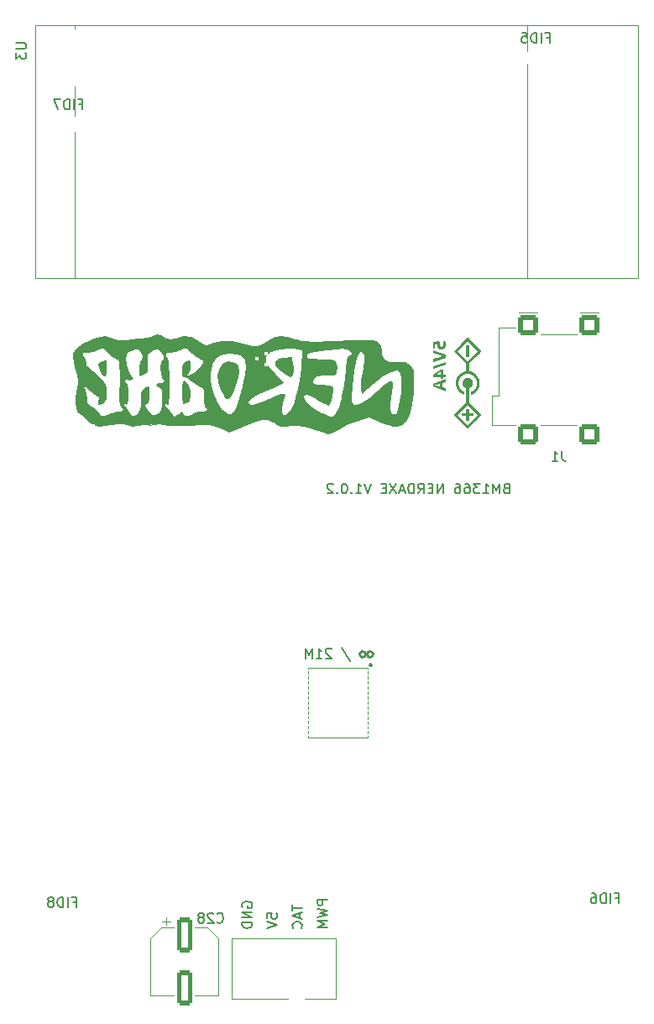
<source format=gbo>
G04 #@! TF.GenerationSoftware,KiCad,Pcbnew,7.0.1*
G04 #@! TF.CreationDate,2024-04-18T01:50:12+02:00*
G04 #@! TF.ProjectId,NerdAxe_ultra,4e657264-4178-4655-9f75-6c7472612e6b,rev?*
G04 #@! TF.SameCoordinates,Original*
G04 #@! TF.FileFunction,Legend,Bot*
G04 #@! TF.FilePolarity,Positive*
%FSLAX46Y46*%
G04 Gerber Fmt 4.6, Leading zero omitted, Abs format (unit mm)*
G04 Created by KiCad (PCBNEW 7.0.1) date 2024-04-18 01:50:12*
%MOMM*%
%LPD*%
G01*
G04 APERTURE LIST*
G04 Aperture macros list*
%AMRoundRect*
0 Rectangle with rounded corners*
0 $1 Rounding radius*
0 $2 $3 $4 $5 $6 $7 $8 $9 X,Y pos of 4 corners*
0 Add a 4 corners polygon primitive as box body*
4,1,4,$2,$3,$4,$5,$6,$7,$8,$9,$2,$3,0*
0 Add four circle primitives for the rounded corners*
1,1,$1+$1,$2,$3*
1,1,$1+$1,$4,$5*
1,1,$1+$1,$6,$7*
1,1,$1+$1,$8,$9*
0 Add four rect primitives between the rounded corners*
20,1,$1+$1,$2,$3,$4,$5,0*
20,1,$1+$1,$4,$5,$6,$7,0*
20,1,$1+$1,$6,$7,$8,$9,0*
20,1,$1+$1,$8,$9,$2,$3,0*%
G04 Aperture macros list end*
%ADD10C,0.150000*%
%ADD11C,0.250000*%
%ADD12C,0.120000*%
%ADD13C,0.050000*%
%ADD14C,0.227485*%
%ADD15C,3.000000*%
%ADD16C,0.800000*%
%ADD17C,6.000000*%
%ADD18C,0.400000*%
%ADD19C,1.295400*%
%ADD20C,1.574800*%
%ADD21C,1.700000*%
%ADD22C,2.000000*%
%ADD23R,0.792000X0.221000*%
%ADD24R,4.277000X1.810000*%
%ADD25R,4.277000X4.530000*%
%ADD26RoundRect,0.250000X-0.550000X1.500000X-0.550000X-1.500000X0.550000X-1.500000X0.550000X1.500000X0*%
%ADD27C,1.600000*%
%ADD28C,1.800000*%
%ADD29RoundRect,0.250000X-0.750000X0.750000X-0.750000X-0.750000X0.750000X-0.750000X0.750000X0.750000X0*%
G04 APERTURE END LIST*
D10*
X98524119Y-137759475D02*
X98524119Y-137283285D01*
X98524119Y-137283285D02*
X99000309Y-137235666D01*
X99000309Y-137235666D02*
X98952690Y-137283285D01*
X98952690Y-137283285D02*
X98905071Y-137378523D01*
X98905071Y-137378523D02*
X98905071Y-137616618D01*
X98905071Y-137616618D02*
X98952690Y-137711856D01*
X98952690Y-137711856D02*
X99000309Y-137759475D01*
X99000309Y-137759475D02*
X99095547Y-137807094D01*
X99095547Y-137807094D02*
X99333642Y-137807094D01*
X99333642Y-137807094D02*
X99428880Y-137759475D01*
X99428880Y-137759475D02*
X99476500Y-137711856D01*
X99476500Y-137711856D02*
X99524119Y-137616618D01*
X99524119Y-137616618D02*
X99524119Y-137378523D01*
X99524119Y-137378523D02*
X99476500Y-137283285D01*
X99476500Y-137283285D02*
X99428880Y-137235666D01*
X98524119Y-138092809D02*
X99524119Y-138426142D01*
X99524119Y-138426142D02*
X98524119Y-138759475D01*
X106026190Y-110525000D02*
X106883332Y-111810714D01*
X104978570Y-110667857D02*
X104930951Y-110620238D01*
X104930951Y-110620238D02*
X104835713Y-110572619D01*
X104835713Y-110572619D02*
X104597618Y-110572619D01*
X104597618Y-110572619D02*
X104502380Y-110620238D01*
X104502380Y-110620238D02*
X104454761Y-110667857D01*
X104454761Y-110667857D02*
X104407142Y-110763095D01*
X104407142Y-110763095D02*
X104407142Y-110858333D01*
X104407142Y-110858333D02*
X104454761Y-111001190D01*
X104454761Y-111001190D02*
X105026189Y-111572619D01*
X105026189Y-111572619D02*
X104407142Y-111572619D01*
X103454761Y-111572619D02*
X104026189Y-111572619D01*
X103740475Y-111572619D02*
X103740475Y-110572619D01*
X103740475Y-110572619D02*
X103835713Y-110715476D01*
X103835713Y-110715476D02*
X103930951Y-110810714D01*
X103930951Y-110810714D02*
X104026189Y-110858333D01*
X103026189Y-111572619D02*
X103026189Y-110572619D01*
X103026189Y-110572619D02*
X102692856Y-111286904D01*
X102692856Y-111286904D02*
X102359523Y-110572619D01*
X102359523Y-110572619D02*
X102359523Y-111572619D01*
G36*
X115683165Y-80037695D02*
G01*
X115683572Y-80060509D01*
X115684794Y-80082735D01*
X115686829Y-80104372D01*
X115689679Y-80125420D01*
X115693343Y-80145879D01*
X115697821Y-80165749D01*
X115703114Y-80185031D01*
X115709221Y-80203723D01*
X115716142Y-80221827D01*
X115723877Y-80239342D01*
X115732427Y-80256267D01*
X115741791Y-80272604D01*
X115751969Y-80288353D01*
X115762961Y-80303512D01*
X115774768Y-80318082D01*
X115787388Y-80332064D01*
X115800678Y-80345323D01*
X115814569Y-80357727D01*
X115829060Y-80369275D01*
X115844153Y-80379968D01*
X115859846Y-80389806D01*
X115876141Y-80398788D01*
X115893037Y-80406915D01*
X115910533Y-80414186D01*
X115928631Y-80420602D01*
X115947329Y-80426162D01*
X115966629Y-80430867D01*
X115986529Y-80434717D01*
X116007031Y-80437711D01*
X116028133Y-80439849D01*
X116049837Y-80441132D01*
X116072141Y-80441560D01*
X116085422Y-80441431D01*
X116098510Y-80441045D01*
X116111405Y-80440402D01*
X116124108Y-80439500D01*
X116136618Y-80438342D01*
X116161059Y-80435252D01*
X116184731Y-80431132D01*
X116207631Y-80425983D01*
X116229761Y-80419803D01*
X116251121Y-80412594D01*
X116271709Y-80404354D01*
X116291528Y-80395085D01*
X116310575Y-80384786D01*
X116328852Y-80373457D01*
X116346358Y-80361098D01*
X116363094Y-80347709D01*
X116379059Y-80333290D01*
X116394253Y-80317841D01*
X116401561Y-80309730D01*
X116415534Y-80292845D01*
X116428606Y-80275071D01*
X116440776Y-80256408D01*
X116452045Y-80236855D01*
X116462412Y-80216413D01*
X116471877Y-80195082D01*
X116480441Y-80172861D01*
X116488104Y-80149750D01*
X116494865Y-80125751D01*
X116497908Y-80113418D01*
X116500725Y-80100862D01*
X116503317Y-80088084D01*
X116505683Y-80075084D01*
X116507824Y-80061861D01*
X116509740Y-80048416D01*
X116511430Y-80034748D01*
X116512895Y-80020859D01*
X116514134Y-80006747D01*
X116515149Y-79992412D01*
X116515937Y-79977855D01*
X116516501Y-79963076D01*
X116516839Y-79948075D01*
X116516952Y-79932851D01*
X116516884Y-79919632D01*
X116516683Y-79906572D01*
X116516346Y-79893673D01*
X116515876Y-79880933D01*
X116515270Y-79868354D01*
X116514531Y-79855934D01*
X116512648Y-79831575D01*
X116510227Y-79807855D01*
X116507268Y-79784775D01*
X116503771Y-79762335D01*
X116499736Y-79740534D01*
X116495163Y-79719374D01*
X116490052Y-79698853D01*
X116484404Y-79678972D01*
X116478217Y-79659730D01*
X116471492Y-79641129D01*
X116464229Y-79623167D01*
X116456428Y-79605845D01*
X116448090Y-79589162D01*
X116214828Y-79589162D01*
X116221574Y-79602273D01*
X116228085Y-79615782D01*
X116234362Y-79629688D01*
X116240404Y-79643993D01*
X116246212Y-79658696D01*
X116251785Y-79673797D01*
X116257124Y-79689295D01*
X116262229Y-79705192D01*
X116267099Y-79721487D01*
X116271734Y-79738180D01*
X116274694Y-79749530D01*
X116278852Y-79766658D01*
X116282601Y-79783612D01*
X116285940Y-79800391D01*
X116288871Y-79816996D01*
X116291393Y-79833426D01*
X116293506Y-79849682D01*
X116295210Y-79865763D01*
X116296505Y-79881670D01*
X116297391Y-79897402D01*
X116297868Y-79912960D01*
X116297959Y-79923235D01*
X116297760Y-79938426D01*
X116297165Y-79953135D01*
X116296173Y-79967361D01*
X116294784Y-79981105D01*
X116292998Y-79994367D01*
X116290816Y-80007146D01*
X116288236Y-80019443D01*
X116281887Y-80042591D01*
X116273951Y-80063810D01*
X116264427Y-80083100D01*
X116253316Y-80100461D01*
X116240618Y-80115893D01*
X116226332Y-80129396D01*
X116210459Y-80140969D01*
X116192999Y-80150614D01*
X116173951Y-80158330D01*
X116153317Y-80164117D01*
X116131094Y-80167975D01*
X116107285Y-80169904D01*
X116094785Y-80170145D01*
X116071347Y-80169147D01*
X116049420Y-80166152D01*
X116029006Y-80161160D01*
X116010104Y-80154171D01*
X115992714Y-80145185D01*
X115976836Y-80134202D01*
X115962470Y-80121223D01*
X115949617Y-80106247D01*
X115938276Y-80089273D01*
X115928447Y-80070303D01*
X115920130Y-80049337D01*
X115913325Y-80026373D01*
X115910490Y-80014142D01*
X115908032Y-80001413D01*
X115905953Y-79988183D01*
X115904252Y-79974455D01*
X115902929Y-79960228D01*
X115901984Y-79945501D01*
X115901417Y-79930275D01*
X115901228Y-79914550D01*
X115901455Y-79899872D01*
X115902136Y-79884725D01*
X115903009Y-79872269D01*
X115904172Y-79859512D01*
X115905626Y-79846455D01*
X115907371Y-79833098D01*
X115909406Y-79819440D01*
X115910533Y-79812498D01*
X115912806Y-79798869D01*
X115915128Y-79785899D01*
X115917498Y-79773589D01*
X115920529Y-79759128D01*
X115923635Y-79745696D01*
X115926817Y-79733295D01*
X115930075Y-79721923D01*
X115872380Y-79614598D01*
X115226568Y-79662677D01*
X115226568Y-80354397D01*
X115455177Y-80354397D01*
X115455177Y-79899041D01*
X115701466Y-79875466D01*
X115695262Y-79905865D01*
X115692427Y-79919596D01*
X115689970Y-79934111D01*
X115687891Y-79949412D01*
X115686189Y-79965499D01*
X115685162Y-79978078D01*
X115684346Y-79991100D01*
X115683744Y-80004563D01*
X115683354Y-80018468D01*
X115683177Y-80032815D01*
X115683165Y-80037695D01*
G37*
G36*
X115226568Y-81405005D02*
G01*
X115226568Y-81677971D01*
X116497100Y-81244638D01*
X116497100Y-80949649D01*
X115226568Y-80516936D01*
X115226568Y-80789902D01*
X115982187Y-81029988D01*
X115994887Y-81033724D01*
X116007981Y-81037487D01*
X116021467Y-81041277D01*
X116035345Y-81045095D01*
X116049616Y-81048940D01*
X116064280Y-81052812D01*
X116079336Y-81056711D01*
X116094785Y-81060638D01*
X116110627Y-81064592D01*
X116126861Y-81068573D01*
X116137901Y-81071243D01*
X116154116Y-81075114D01*
X116169377Y-81078702D01*
X116183683Y-81082006D01*
X116197036Y-81085027D01*
X116209434Y-81087764D01*
X116224481Y-81090972D01*
X116237831Y-81093677D01*
X116252133Y-81096349D01*
X116261666Y-81097919D01*
X116245612Y-81100128D01*
X116227457Y-81103150D01*
X116214188Y-81105615D01*
X116199986Y-81108442D01*
X116184851Y-81111630D01*
X116168783Y-81115179D01*
X116151782Y-81119089D01*
X116133848Y-81123360D01*
X116114981Y-81127993D01*
X116095181Y-81132986D01*
X116074448Y-81138340D01*
X116052782Y-81144056D01*
X116030184Y-81150132D01*
X116006652Y-81156570D01*
X115994536Y-81159924D01*
X115982187Y-81163369D01*
X115226568Y-81405005D01*
G37*
G36*
X115226568Y-82401331D02*
G01*
X116497100Y-81925812D01*
X116497100Y-81684175D01*
X115226568Y-82159694D01*
X115226568Y-82401331D01*
G37*
G36*
X116230027Y-82981383D02*
G01*
X116497100Y-82981383D01*
X116497100Y-83245043D01*
X116230027Y-83245043D01*
X116230027Y-83398586D01*
X116020650Y-83398586D01*
X116020650Y-83245043D01*
X115226568Y-83245043D01*
X115226568Y-82996272D01*
X115231545Y-82992860D01*
X115535515Y-82992860D01*
X115546775Y-82991564D01*
X115559797Y-82990548D01*
X115573203Y-82989681D01*
X115589265Y-82988764D01*
X115603055Y-82988046D01*
X115618338Y-82987300D01*
X115635116Y-82986526D01*
X115653387Y-82985726D01*
X115671927Y-82984950D01*
X115689628Y-82984250D01*
X115706489Y-82983626D01*
X115722511Y-82983079D01*
X115737692Y-82982609D01*
X115752034Y-82982214D01*
X115765536Y-82981896D01*
X115778199Y-82981654D01*
X115793776Y-82981451D01*
X115807861Y-82981383D01*
X116020650Y-82981383D01*
X116020650Y-82674296D01*
X115672929Y-82908178D01*
X115664540Y-82913789D01*
X115651908Y-82922013D01*
X115639215Y-82930008D01*
X115626463Y-82937774D01*
X115613650Y-82945311D01*
X115600778Y-82952620D01*
X115587845Y-82959699D01*
X115574853Y-82966549D01*
X115561800Y-82973170D01*
X115548688Y-82979562D01*
X115535515Y-82985726D01*
X115535515Y-82992860D01*
X115231545Y-82992860D01*
X116042363Y-82437002D01*
X116230027Y-82437002D01*
X116230027Y-82981383D01*
G37*
G36*
X116497100Y-83712807D02*
G01*
X116187842Y-83805554D01*
X116187842Y-84270526D01*
X116497100Y-84362962D01*
X116497100Y-84654229D01*
X115226568Y-84202285D01*
X115226568Y-84038195D01*
X115424778Y-84038195D01*
X115430674Y-84039612D01*
X115443644Y-84042920D01*
X115455652Y-84046159D01*
X115468750Y-84049838D01*
X115482938Y-84053956D01*
X115495075Y-84057567D01*
X115507909Y-84061459D01*
X115520799Y-84065468D01*
X115532795Y-84069233D01*
X115547512Y-84073874D01*
X115564950Y-84079390D01*
X115585110Y-84085780D01*
X115607991Y-84093045D01*
X115620453Y-84097006D01*
X115633594Y-84101185D01*
X115647416Y-84105583D01*
X115661918Y-84110200D01*
X115677101Y-84115036D01*
X115692964Y-84120090D01*
X115709507Y-84125363D01*
X115726731Y-84130854D01*
X115744635Y-84136565D01*
X115763219Y-84142494D01*
X115782484Y-84148641D01*
X115802429Y-84155008D01*
X115823054Y-84161593D01*
X115844360Y-84168397D01*
X115866346Y-84175419D01*
X115889012Y-84182661D01*
X115912359Y-84190121D01*
X115936386Y-84197799D01*
X115961094Y-84205697D01*
X115961094Y-83873485D01*
X115934671Y-83881872D01*
X115908872Y-83890050D01*
X115883696Y-83898019D01*
X115859144Y-83905778D01*
X115835215Y-83913329D01*
X115811909Y-83920671D01*
X115789227Y-83927804D01*
X115767168Y-83934728D01*
X115745733Y-83941442D01*
X115724921Y-83947948D01*
X115704732Y-83954245D01*
X115685167Y-83960333D01*
X115666225Y-83966211D01*
X115647907Y-83971881D01*
X115630212Y-83977342D01*
X115613140Y-83982594D01*
X115596692Y-83987636D01*
X115580867Y-83992470D01*
X115565666Y-83997095D01*
X115551088Y-84001510D01*
X115537133Y-84005717D01*
X115523802Y-84009715D01*
X115511094Y-84013503D01*
X115499010Y-84017083D01*
X115476712Y-84023615D01*
X115456907Y-84029311D01*
X115439596Y-84034171D01*
X115424778Y-84038195D01*
X115226568Y-84038195D01*
X115226568Y-83871624D01*
X116497100Y-83421540D01*
X116497100Y-83712807D01*
G37*
X122625333Y-94426809D02*
X122482476Y-94474428D01*
X122482476Y-94474428D02*
X122434857Y-94522047D01*
X122434857Y-94522047D02*
X122387238Y-94617285D01*
X122387238Y-94617285D02*
X122387238Y-94760142D01*
X122387238Y-94760142D02*
X122434857Y-94855380D01*
X122434857Y-94855380D02*
X122482476Y-94903000D01*
X122482476Y-94903000D02*
X122577714Y-94950619D01*
X122577714Y-94950619D02*
X122958666Y-94950619D01*
X122958666Y-94950619D02*
X122958666Y-93950619D01*
X122958666Y-93950619D02*
X122625333Y-93950619D01*
X122625333Y-93950619D02*
X122530095Y-93998238D01*
X122530095Y-93998238D02*
X122482476Y-94045857D01*
X122482476Y-94045857D02*
X122434857Y-94141095D01*
X122434857Y-94141095D02*
X122434857Y-94236333D01*
X122434857Y-94236333D02*
X122482476Y-94331571D01*
X122482476Y-94331571D02*
X122530095Y-94379190D01*
X122530095Y-94379190D02*
X122625333Y-94426809D01*
X122625333Y-94426809D02*
X122958666Y-94426809D01*
X121958666Y-94950619D02*
X121958666Y-93950619D01*
X121958666Y-93950619D02*
X121625333Y-94664904D01*
X121625333Y-94664904D02*
X121292000Y-93950619D01*
X121292000Y-93950619D02*
X121292000Y-94950619D01*
X120292000Y-94950619D02*
X120863428Y-94950619D01*
X120577714Y-94950619D02*
X120577714Y-93950619D01*
X120577714Y-93950619D02*
X120672952Y-94093476D01*
X120672952Y-94093476D02*
X120768190Y-94188714D01*
X120768190Y-94188714D02*
X120863428Y-94236333D01*
X119958666Y-93950619D02*
X119339619Y-93950619D01*
X119339619Y-93950619D02*
X119672952Y-94331571D01*
X119672952Y-94331571D02*
X119530095Y-94331571D01*
X119530095Y-94331571D02*
X119434857Y-94379190D01*
X119434857Y-94379190D02*
X119387238Y-94426809D01*
X119387238Y-94426809D02*
X119339619Y-94522047D01*
X119339619Y-94522047D02*
X119339619Y-94760142D01*
X119339619Y-94760142D02*
X119387238Y-94855380D01*
X119387238Y-94855380D02*
X119434857Y-94903000D01*
X119434857Y-94903000D02*
X119530095Y-94950619D01*
X119530095Y-94950619D02*
X119815809Y-94950619D01*
X119815809Y-94950619D02*
X119911047Y-94903000D01*
X119911047Y-94903000D02*
X119958666Y-94855380D01*
X118482476Y-93950619D02*
X118672952Y-93950619D01*
X118672952Y-93950619D02*
X118768190Y-93998238D01*
X118768190Y-93998238D02*
X118815809Y-94045857D01*
X118815809Y-94045857D02*
X118911047Y-94188714D01*
X118911047Y-94188714D02*
X118958666Y-94379190D01*
X118958666Y-94379190D02*
X118958666Y-94760142D01*
X118958666Y-94760142D02*
X118911047Y-94855380D01*
X118911047Y-94855380D02*
X118863428Y-94903000D01*
X118863428Y-94903000D02*
X118768190Y-94950619D01*
X118768190Y-94950619D02*
X118577714Y-94950619D01*
X118577714Y-94950619D02*
X118482476Y-94903000D01*
X118482476Y-94903000D02*
X118434857Y-94855380D01*
X118434857Y-94855380D02*
X118387238Y-94760142D01*
X118387238Y-94760142D02*
X118387238Y-94522047D01*
X118387238Y-94522047D02*
X118434857Y-94426809D01*
X118434857Y-94426809D02*
X118482476Y-94379190D01*
X118482476Y-94379190D02*
X118577714Y-94331571D01*
X118577714Y-94331571D02*
X118768190Y-94331571D01*
X118768190Y-94331571D02*
X118863428Y-94379190D01*
X118863428Y-94379190D02*
X118911047Y-94426809D01*
X118911047Y-94426809D02*
X118958666Y-94522047D01*
X117530095Y-93950619D02*
X117720571Y-93950619D01*
X117720571Y-93950619D02*
X117815809Y-93998238D01*
X117815809Y-93998238D02*
X117863428Y-94045857D01*
X117863428Y-94045857D02*
X117958666Y-94188714D01*
X117958666Y-94188714D02*
X118006285Y-94379190D01*
X118006285Y-94379190D02*
X118006285Y-94760142D01*
X118006285Y-94760142D02*
X117958666Y-94855380D01*
X117958666Y-94855380D02*
X117911047Y-94903000D01*
X117911047Y-94903000D02*
X117815809Y-94950619D01*
X117815809Y-94950619D02*
X117625333Y-94950619D01*
X117625333Y-94950619D02*
X117530095Y-94903000D01*
X117530095Y-94903000D02*
X117482476Y-94855380D01*
X117482476Y-94855380D02*
X117434857Y-94760142D01*
X117434857Y-94760142D02*
X117434857Y-94522047D01*
X117434857Y-94522047D02*
X117482476Y-94426809D01*
X117482476Y-94426809D02*
X117530095Y-94379190D01*
X117530095Y-94379190D02*
X117625333Y-94331571D01*
X117625333Y-94331571D02*
X117815809Y-94331571D01*
X117815809Y-94331571D02*
X117911047Y-94379190D01*
X117911047Y-94379190D02*
X117958666Y-94426809D01*
X117958666Y-94426809D02*
X118006285Y-94522047D01*
X116244380Y-94950619D02*
X116244380Y-93950619D01*
X116244380Y-93950619D02*
X115672952Y-94950619D01*
X115672952Y-94950619D02*
X115672952Y-93950619D01*
X115196761Y-94426809D02*
X114863428Y-94426809D01*
X114720571Y-94950619D02*
X115196761Y-94950619D01*
X115196761Y-94950619D02*
X115196761Y-93950619D01*
X115196761Y-93950619D02*
X114720571Y-93950619D01*
X113720571Y-94950619D02*
X114053904Y-94474428D01*
X114291999Y-94950619D02*
X114291999Y-93950619D01*
X114291999Y-93950619D02*
X113911047Y-93950619D01*
X113911047Y-93950619D02*
X113815809Y-93998238D01*
X113815809Y-93998238D02*
X113768190Y-94045857D01*
X113768190Y-94045857D02*
X113720571Y-94141095D01*
X113720571Y-94141095D02*
X113720571Y-94283952D01*
X113720571Y-94283952D02*
X113768190Y-94379190D01*
X113768190Y-94379190D02*
X113815809Y-94426809D01*
X113815809Y-94426809D02*
X113911047Y-94474428D01*
X113911047Y-94474428D02*
X114291999Y-94474428D01*
X113291999Y-94950619D02*
X113291999Y-93950619D01*
X113291999Y-93950619D02*
X113053904Y-93950619D01*
X113053904Y-93950619D02*
X112911047Y-93998238D01*
X112911047Y-93998238D02*
X112815809Y-94093476D01*
X112815809Y-94093476D02*
X112768190Y-94188714D01*
X112768190Y-94188714D02*
X112720571Y-94379190D01*
X112720571Y-94379190D02*
X112720571Y-94522047D01*
X112720571Y-94522047D02*
X112768190Y-94712523D01*
X112768190Y-94712523D02*
X112815809Y-94807761D01*
X112815809Y-94807761D02*
X112911047Y-94903000D01*
X112911047Y-94903000D02*
X113053904Y-94950619D01*
X113053904Y-94950619D02*
X113291999Y-94950619D01*
X112339618Y-94664904D02*
X111863428Y-94664904D01*
X112434856Y-94950619D02*
X112101523Y-93950619D01*
X112101523Y-93950619D02*
X111768190Y-94950619D01*
X111530094Y-93950619D02*
X110863428Y-94950619D01*
X110863428Y-93950619D02*
X111530094Y-94950619D01*
X110482475Y-94426809D02*
X110149142Y-94426809D01*
X110006285Y-94950619D02*
X110482475Y-94950619D01*
X110482475Y-94950619D02*
X110482475Y-93950619D01*
X110482475Y-93950619D02*
X110006285Y-93950619D01*
X108958665Y-93950619D02*
X108625332Y-94950619D01*
X108625332Y-94950619D02*
X108291999Y-93950619D01*
X107434856Y-94950619D02*
X108006284Y-94950619D01*
X107720570Y-94950619D02*
X107720570Y-93950619D01*
X107720570Y-93950619D02*
X107815808Y-94093476D01*
X107815808Y-94093476D02*
X107911046Y-94188714D01*
X107911046Y-94188714D02*
X108006284Y-94236333D01*
X107006284Y-94855380D02*
X106958665Y-94903000D01*
X106958665Y-94903000D02*
X107006284Y-94950619D01*
X107006284Y-94950619D02*
X107053903Y-94903000D01*
X107053903Y-94903000D02*
X107006284Y-94855380D01*
X107006284Y-94855380D02*
X107006284Y-94950619D01*
X106339618Y-93950619D02*
X106244380Y-93950619D01*
X106244380Y-93950619D02*
X106149142Y-93998238D01*
X106149142Y-93998238D02*
X106101523Y-94045857D01*
X106101523Y-94045857D02*
X106053904Y-94141095D01*
X106053904Y-94141095D02*
X106006285Y-94331571D01*
X106006285Y-94331571D02*
X106006285Y-94569666D01*
X106006285Y-94569666D02*
X106053904Y-94760142D01*
X106053904Y-94760142D02*
X106101523Y-94855380D01*
X106101523Y-94855380D02*
X106149142Y-94903000D01*
X106149142Y-94903000D02*
X106244380Y-94950619D01*
X106244380Y-94950619D02*
X106339618Y-94950619D01*
X106339618Y-94950619D02*
X106434856Y-94903000D01*
X106434856Y-94903000D02*
X106482475Y-94855380D01*
X106482475Y-94855380D02*
X106530094Y-94760142D01*
X106530094Y-94760142D02*
X106577713Y-94569666D01*
X106577713Y-94569666D02*
X106577713Y-94331571D01*
X106577713Y-94331571D02*
X106530094Y-94141095D01*
X106530094Y-94141095D02*
X106482475Y-94045857D01*
X106482475Y-94045857D02*
X106434856Y-93998238D01*
X106434856Y-93998238D02*
X106339618Y-93950619D01*
X105577713Y-94855380D02*
X105530094Y-94903000D01*
X105530094Y-94903000D02*
X105577713Y-94950619D01*
X105577713Y-94950619D02*
X105625332Y-94903000D01*
X105625332Y-94903000D02*
X105577713Y-94855380D01*
X105577713Y-94855380D02*
X105577713Y-94950619D01*
X105149142Y-94045857D02*
X105101523Y-93998238D01*
X105101523Y-93998238D02*
X105006285Y-93950619D01*
X105006285Y-93950619D02*
X104768190Y-93950619D01*
X104768190Y-93950619D02*
X104672952Y-93998238D01*
X104672952Y-93998238D02*
X104625333Y-94045857D01*
X104625333Y-94045857D02*
X104577714Y-94141095D01*
X104577714Y-94141095D02*
X104577714Y-94236333D01*
X104577714Y-94236333D02*
X104625333Y-94379190D01*
X104625333Y-94379190D02*
X105196761Y-94950619D01*
X105196761Y-94950619D02*
X104577714Y-94950619D01*
D11*
X108279523Y-110932857D02*
X108089047Y-110837619D01*
X108089047Y-110837619D02*
X107898571Y-110932857D01*
X107898571Y-110932857D02*
X107803333Y-111123333D01*
X107803333Y-111123333D02*
X107898571Y-111313809D01*
X107898571Y-111313809D02*
X108089047Y-111409047D01*
X108089047Y-111409047D02*
X108279523Y-111313809D01*
X108279523Y-111313809D02*
X108660475Y-110932857D01*
X108660475Y-110932857D02*
X108850952Y-110837619D01*
X108850952Y-110837619D02*
X109041428Y-110932857D01*
X109041428Y-110932857D02*
X109136666Y-111123333D01*
X109136666Y-111123333D02*
X109041428Y-111313809D01*
X109041428Y-111313809D02*
X108850952Y-111409047D01*
X108850952Y-111409047D02*
X108660475Y-111313809D01*
X108660475Y-111313809D02*
X108279523Y-110932857D01*
D10*
X104580119Y-135890190D02*
X103580119Y-135890190D01*
X103580119Y-135890190D02*
X103580119Y-136271142D01*
X103580119Y-136271142D02*
X103627738Y-136366380D01*
X103627738Y-136366380D02*
X103675357Y-136413999D01*
X103675357Y-136413999D02*
X103770595Y-136461618D01*
X103770595Y-136461618D02*
X103913452Y-136461618D01*
X103913452Y-136461618D02*
X104008690Y-136413999D01*
X104008690Y-136413999D02*
X104056309Y-136366380D01*
X104056309Y-136366380D02*
X104103928Y-136271142D01*
X104103928Y-136271142D02*
X104103928Y-135890190D01*
X103580119Y-136794952D02*
X104580119Y-137033047D01*
X104580119Y-137033047D02*
X103865833Y-137223523D01*
X103865833Y-137223523D02*
X104580119Y-137413999D01*
X104580119Y-137413999D02*
X103580119Y-137652095D01*
X104580119Y-138033047D02*
X103580119Y-138033047D01*
X103580119Y-138033047D02*
X104294404Y-138366380D01*
X104294404Y-138366380D02*
X103580119Y-138699713D01*
X103580119Y-138699713D02*
X104580119Y-138699713D01*
X101047619Y-136413999D02*
X101047619Y-136985427D01*
X102047619Y-136699713D02*
X101047619Y-136699713D01*
X101761904Y-137271142D02*
X101761904Y-137747332D01*
X102047619Y-137175904D02*
X101047619Y-137509237D01*
X101047619Y-137509237D02*
X102047619Y-137842570D01*
X101952380Y-138747332D02*
X102000000Y-138699713D01*
X102000000Y-138699713D02*
X102047619Y-138556856D01*
X102047619Y-138556856D02*
X102047619Y-138461618D01*
X102047619Y-138461618D02*
X102000000Y-138318761D01*
X102000000Y-138318761D02*
X101904761Y-138223523D01*
X101904761Y-138223523D02*
X101809523Y-138175904D01*
X101809523Y-138175904D02*
X101619047Y-138128285D01*
X101619047Y-138128285D02*
X101476190Y-138128285D01*
X101476190Y-138128285D02*
X101285714Y-138175904D01*
X101285714Y-138175904D02*
X101190476Y-138223523D01*
X101190476Y-138223523D02*
X101095238Y-138318761D01*
X101095238Y-138318761D02*
X101047619Y-138461618D01*
X101047619Y-138461618D02*
X101047619Y-138556856D01*
X101047619Y-138556856D02*
X101095238Y-138699713D01*
X101095238Y-138699713D02*
X101142857Y-138747332D01*
X96030238Y-136652095D02*
X95982619Y-136556857D01*
X95982619Y-136556857D02*
X95982619Y-136414000D01*
X95982619Y-136414000D02*
X96030238Y-136271143D01*
X96030238Y-136271143D02*
X96125476Y-136175905D01*
X96125476Y-136175905D02*
X96220714Y-136128286D01*
X96220714Y-136128286D02*
X96411190Y-136080667D01*
X96411190Y-136080667D02*
X96554047Y-136080667D01*
X96554047Y-136080667D02*
X96744523Y-136128286D01*
X96744523Y-136128286D02*
X96839761Y-136175905D01*
X96839761Y-136175905D02*
X96935000Y-136271143D01*
X96935000Y-136271143D02*
X96982619Y-136414000D01*
X96982619Y-136414000D02*
X96982619Y-136509238D01*
X96982619Y-136509238D02*
X96935000Y-136652095D01*
X96935000Y-136652095D02*
X96887380Y-136699714D01*
X96887380Y-136699714D02*
X96554047Y-136699714D01*
X96554047Y-136699714D02*
X96554047Y-136509238D01*
X96982619Y-137128286D02*
X95982619Y-137128286D01*
X95982619Y-137128286D02*
X96982619Y-137699714D01*
X96982619Y-137699714D02*
X95982619Y-137699714D01*
X96982619Y-138175905D02*
X95982619Y-138175905D01*
X95982619Y-138175905D02*
X95982619Y-138414000D01*
X95982619Y-138414000D02*
X96030238Y-138556857D01*
X96030238Y-138556857D02*
X96125476Y-138652095D01*
X96125476Y-138652095D02*
X96220714Y-138699714D01*
X96220714Y-138699714D02*
X96411190Y-138747333D01*
X96411190Y-138747333D02*
X96554047Y-138747333D01*
X96554047Y-138747333D02*
X96744523Y-138699714D01*
X96744523Y-138699714D02*
X96839761Y-138652095D01*
X96839761Y-138652095D02*
X96935000Y-138556857D01*
X96935000Y-138556857D02*
X96982619Y-138414000D01*
X96982619Y-138414000D02*
X96982619Y-138175905D01*
X73212619Y-49560095D02*
X74022142Y-49560095D01*
X74022142Y-49560095D02*
X74117380Y-49607714D01*
X74117380Y-49607714D02*
X74165000Y-49655333D01*
X74165000Y-49655333D02*
X74212619Y-49750571D01*
X74212619Y-49750571D02*
X74212619Y-49941047D01*
X74212619Y-49941047D02*
X74165000Y-50036285D01*
X74165000Y-50036285D02*
X74117380Y-50083904D01*
X74117380Y-50083904D02*
X74022142Y-50131523D01*
X74022142Y-50131523D02*
X73212619Y-50131523D01*
X73212619Y-50512476D02*
X73212619Y-51131523D01*
X73212619Y-51131523D02*
X73593571Y-50798190D01*
X73593571Y-50798190D02*
X73593571Y-50941047D01*
X73593571Y-50941047D02*
X73641190Y-51036285D01*
X73641190Y-51036285D02*
X73688809Y-51083904D01*
X73688809Y-51083904D02*
X73784047Y-51131523D01*
X73784047Y-51131523D02*
X74022142Y-51131523D01*
X74022142Y-51131523D02*
X74117380Y-51083904D01*
X74117380Y-51083904D02*
X74165000Y-51036285D01*
X74165000Y-51036285D02*
X74212619Y-50941047D01*
X74212619Y-50941047D02*
X74212619Y-50655333D01*
X74212619Y-50655333D02*
X74165000Y-50560095D01*
X74165000Y-50560095D02*
X74117380Y-50512476D01*
X133659428Y-135733809D02*
X133992761Y-135733809D01*
X133992761Y-136257619D02*
X133992761Y-135257619D01*
X133992761Y-135257619D02*
X133516571Y-135257619D01*
X133135618Y-136257619D02*
X133135618Y-135257619D01*
X132659428Y-136257619D02*
X132659428Y-135257619D01*
X132659428Y-135257619D02*
X132421333Y-135257619D01*
X132421333Y-135257619D02*
X132278476Y-135305238D01*
X132278476Y-135305238D02*
X132183238Y-135400476D01*
X132183238Y-135400476D02*
X132135619Y-135495714D01*
X132135619Y-135495714D02*
X132088000Y-135686190D01*
X132088000Y-135686190D02*
X132088000Y-135829047D01*
X132088000Y-135829047D02*
X132135619Y-136019523D01*
X132135619Y-136019523D02*
X132183238Y-136114761D01*
X132183238Y-136114761D02*
X132278476Y-136210000D01*
X132278476Y-136210000D02*
X132421333Y-136257619D01*
X132421333Y-136257619D02*
X132659428Y-136257619D01*
X131230857Y-135257619D02*
X131421333Y-135257619D01*
X131421333Y-135257619D02*
X131516571Y-135305238D01*
X131516571Y-135305238D02*
X131564190Y-135352857D01*
X131564190Y-135352857D02*
X131659428Y-135495714D01*
X131659428Y-135495714D02*
X131707047Y-135686190D01*
X131707047Y-135686190D02*
X131707047Y-136067142D01*
X131707047Y-136067142D02*
X131659428Y-136162380D01*
X131659428Y-136162380D02*
X131611809Y-136210000D01*
X131611809Y-136210000D02*
X131516571Y-136257619D01*
X131516571Y-136257619D02*
X131326095Y-136257619D01*
X131326095Y-136257619D02*
X131230857Y-136210000D01*
X131230857Y-136210000D02*
X131183238Y-136162380D01*
X131183238Y-136162380D02*
X131135619Y-136067142D01*
X131135619Y-136067142D02*
X131135619Y-135829047D01*
X131135619Y-135829047D02*
X131183238Y-135733809D01*
X131183238Y-135733809D02*
X131230857Y-135686190D01*
X131230857Y-135686190D02*
X131326095Y-135638571D01*
X131326095Y-135638571D02*
X131516571Y-135638571D01*
X131516571Y-135638571D02*
X131611809Y-135686190D01*
X131611809Y-135686190D02*
X131659428Y-135733809D01*
X131659428Y-135733809D02*
X131707047Y-135829047D01*
X79557428Y-55723809D02*
X79890761Y-55723809D01*
X79890761Y-56247619D02*
X79890761Y-55247619D01*
X79890761Y-55247619D02*
X79414571Y-55247619D01*
X79033618Y-56247619D02*
X79033618Y-55247619D01*
X78557428Y-56247619D02*
X78557428Y-55247619D01*
X78557428Y-55247619D02*
X78319333Y-55247619D01*
X78319333Y-55247619D02*
X78176476Y-55295238D01*
X78176476Y-55295238D02*
X78081238Y-55390476D01*
X78081238Y-55390476D02*
X78033619Y-55485714D01*
X78033619Y-55485714D02*
X77986000Y-55676190D01*
X77986000Y-55676190D02*
X77986000Y-55819047D01*
X77986000Y-55819047D02*
X78033619Y-56009523D01*
X78033619Y-56009523D02*
X78081238Y-56104761D01*
X78081238Y-56104761D02*
X78176476Y-56200000D01*
X78176476Y-56200000D02*
X78319333Y-56247619D01*
X78319333Y-56247619D02*
X78557428Y-56247619D01*
X77652666Y-55247619D02*
X76986000Y-55247619D01*
X76986000Y-55247619D02*
X77414571Y-56247619D01*
X93470857Y-138135380D02*
X93518476Y-138183000D01*
X93518476Y-138183000D02*
X93661333Y-138230619D01*
X93661333Y-138230619D02*
X93756571Y-138230619D01*
X93756571Y-138230619D02*
X93899428Y-138183000D01*
X93899428Y-138183000D02*
X93994666Y-138087761D01*
X93994666Y-138087761D02*
X94042285Y-137992523D01*
X94042285Y-137992523D02*
X94089904Y-137802047D01*
X94089904Y-137802047D02*
X94089904Y-137659190D01*
X94089904Y-137659190D02*
X94042285Y-137468714D01*
X94042285Y-137468714D02*
X93994666Y-137373476D01*
X93994666Y-137373476D02*
X93899428Y-137278238D01*
X93899428Y-137278238D02*
X93756571Y-137230619D01*
X93756571Y-137230619D02*
X93661333Y-137230619D01*
X93661333Y-137230619D02*
X93518476Y-137278238D01*
X93518476Y-137278238D02*
X93470857Y-137325857D01*
X93089904Y-137325857D02*
X93042285Y-137278238D01*
X93042285Y-137278238D02*
X92947047Y-137230619D01*
X92947047Y-137230619D02*
X92708952Y-137230619D01*
X92708952Y-137230619D02*
X92613714Y-137278238D01*
X92613714Y-137278238D02*
X92566095Y-137325857D01*
X92566095Y-137325857D02*
X92518476Y-137421095D01*
X92518476Y-137421095D02*
X92518476Y-137516333D01*
X92518476Y-137516333D02*
X92566095Y-137659190D01*
X92566095Y-137659190D02*
X93137523Y-138230619D01*
X93137523Y-138230619D02*
X92518476Y-138230619D01*
X91947047Y-137659190D02*
X92042285Y-137611571D01*
X92042285Y-137611571D02*
X92089904Y-137563952D01*
X92089904Y-137563952D02*
X92137523Y-137468714D01*
X92137523Y-137468714D02*
X92137523Y-137421095D01*
X92137523Y-137421095D02*
X92089904Y-137325857D01*
X92089904Y-137325857D02*
X92042285Y-137278238D01*
X92042285Y-137278238D02*
X91947047Y-137230619D01*
X91947047Y-137230619D02*
X91756571Y-137230619D01*
X91756571Y-137230619D02*
X91661333Y-137278238D01*
X91661333Y-137278238D02*
X91613714Y-137325857D01*
X91613714Y-137325857D02*
X91566095Y-137421095D01*
X91566095Y-137421095D02*
X91566095Y-137468714D01*
X91566095Y-137468714D02*
X91613714Y-137563952D01*
X91613714Y-137563952D02*
X91661333Y-137611571D01*
X91661333Y-137611571D02*
X91756571Y-137659190D01*
X91756571Y-137659190D02*
X91947047Y-137659190D01*
X91947047Y-137659190D02*
X92042285Y-137706809D01*
X92042285Y-137706809D02*
X92089904Y-137754428D01*
X92089904Y-137754428D02*
X92137523Y-137849666D01*
X92137523Y-137849666D02*
X92137523Y-138040142D01*
X92137523Y-138040142D02*
X92089904Y-138135380D01*
X92089904Y-138135380D02*
X92042285Y-138183000D01*
X92042285Y-138183000D02*
X91947047Y-138230619D01*
X91947047Y-138230619D02*
X91756571Y-138230619D01*
X91756571Y-138230619D02*
X91661333Y-138183000D01*
X91661333Y-138183000D02*
X91613714Y-138135380D01*
X91613714Y-138135380D02*
X91566095Y-138040142D01*
X91566095Y-138040142D02*
X91566095Y-137849666D01*
X91566095Y-137849666D02*
X91613714Y-137754428D01*
X91613714Y-137754428D02*
X91661333Y-137706809D01*
X91661333Y-137706809D02*
X91756571Y-137659190D01*
X128243333Y-90683819D02*
X128243333Y-91398104D01*
X128243333Y-91398104D02*
X128290952Y-91540961D01*
X128290952Y-91540961D02*
X128386190Y-91636200D01*
X128386190Y-91636200D02*
X128529047Y-91683819D01*
X128529047Y-91683819D02*
X128624285Y-91683819D01*
X127243333Y-91683819D02*
X127814761Y-91683819D01*
X127529047Y-91683819D02*
X127529047Y-90683819D01*
X127529047Y-90683819D02*
X127624285Y-90826676D01*
X127624285Y-90826676D02*
X127719523Y-90921914D01*
X127719523Y-90921914D02*
X127814761Y-90969533D01*
X126674428Y-48992809D02*
X127007761Y-48992809D01*
X127007761Y-49516619D02*
X127007761Y-48516619D01*
X127007761Y-48516619D02*
X126531571Y-48516619D01*
X126150618Y-49516619D02*
X126150618Y-48516619D01*
X125674428Y-49516619D02*
X125674428Y-48516619D01*
X125674428Y-48516619D02*
X125436333Y-48516619D01*
X125436333Y-48516619D02*
X125293476Y-48564238D01*
X125293476Y-48564238D02*
X125198238Y-48659476D01*
X125198238Y-48659476D02*
X125150619Y-48754714D01*
X125150619Y-48754714D02*
X125103000Y-48945190D01*
X125103000Y-48945190D02*
X125103000Y-49088047D01*
X125103000Y-49088047D02*
X125150619Y-49278523D01*
X125150619Y-49278523D02*
X125198238Y-49373761D01*
X125198238Y-49373761D02*
X125293476Y-49469000D01*
X125293476Y-49469000D02*
X125436333Y-49516619D01*
X125436333Y-49516619D02*
X125674428Y-49516619D01*
X124198238Y-48516619D02*
X124674428Y-48516619D01*
X124674428Y-48516619D02*
X124722047Y-48992809D01*
X124722047Y-48992809D02*
X124674428Y-48945190D01*
X124674428Y-48945190D02*
X124579190Y-48897571D01*
X124579190Y-48897571D02*
X124341095Y-48897571D01*
X124341095Y-48897571D02*
X124245857Y-48945190D01*
X124245857Y-48945190D02*
X124198238Y-48992809D01*
X124198238Y-48992809D02*
X124150619Y-49088047D01*
X124150619Y-49088047D02*
X124150619Y-49326142D01*
X124150619Y-49326142D02*
X124198238Y-49421380D01*
X124198238Y-49421380D02*
X124245857Y-49469000D01*
X124245857Y-49469000D02*
X124341095Y-49516619D01*
X124341095Y-49516619D02*
X124579190Y-49516619D01*
X124579190Y-49516619D02*
X124674428Y-49469000D01*
X124674428Y-49469000D02*
X124722047Y-49421380D01*
X78922428Y-136114809D02*
X79255761Y-136114809D01*
X79255761Y-136638619D02*
X79255761Y-135638619D01*
X79255761Y-135638619D02*
X78779571Y-135638619D01*
X78398618Y-136638619D02*
X78398618Y-135638619D01*
X77922428Y-136638619D02*
X77922428Y-135638619D01*
X77922428Y-135638619D02*
X77684333Y-135638619D01*
X77684333Y-135638619D02*
X77541476Y-135686238D01*
X77541476Y-135686238D02*
X77446238Y-135781476D01*
X77446238Y-135781476D02*
X77398619Y-135876714D01*
X77398619Y-135876714D02*
X77351000Y-136067190D01*
X77351000Y-136067190D02*
X77351000Y-136210047D01*
X77351000Y-136210047D02*
X77398619Y-136400523D01*
X77398619Y-136400523D02*
X77446238Y-136495761D01*
X77446238Y-136495761D02*
X77541476Y-136591000D01*
X77541476Y-136591000D02*
X77684333Y-136638619D01*
X77684333Y-136638619D02*
X77922428Y-136638619D01*
X76779571Y-136067190D02*
X76874809Y-136019571D01*
X76874809Y-136019571D02*
X76922428Y-135971952D01*
X76922428Y-135971952D02*
X76970047Y-135876714D01*
X76970047Y-135876714D02*
X76970047Y-135829095D01*
X76970047Y-135829095D02*
X76922428Y-135733857D01*
X76922428Y-135733857D02*
X76874809Y-135686238D01*
X76874809Y-135686238D02*
X76779571Y-135638619D01*
X76779571Y-135638619D02*
X76589095Y-135638619D01*
X76589095Y-135638619D02*
X76493857Y-135686238D01*
X76493857Y-135686238D02*
X76446238Y-135733857D01*
X76446238Y-135733857D02*
X76398619Y-135829095D01*
X76398619Y-135829095D02*
X76398619Y-135876714D01*
X76398619Y-135876714D02*
X76446238Y-135971952D01*
X76446238Y-135971952D02*
X76493857Y-136019571D01*
X76493857Y-136019571D02*
X76589095Y-136067190D01*
X76589095Y-136067190D02*
X76779571Y-136067190D01*
X76779571Y-136067190D02*
X76874809Y-136114809D01*
X76874809Y-136114809D02*
X76922428Y-136162428D01*
X76922428Y-136162428D02*
X76970047Y-136257666D01*
X76970047Y-136257666D02*
X76970047Y-136448142D01*
X76970047Y-136448142D02*
X76922428Y-136543380D01*
X76922428Y-136543380D02*
X76874809Y-136591000D01*
X76874809Y-136591000D02*
X76779571Y-136638619D01*
X76779571Y-136638619D02*
X76589095Y-136638619D01*
X76589095Y-136638619D02*
X76493857Y-136591000D01*
X76493857Y-136591000D02*
X76446238Y-136543380D01*
X76446238Y-136543380D02*
X76398619Y-136448142D01*
X76398619Y-136448142D02*
X76398619Y-136257666D01*
X76398619Y-136257666D02*
X76446238Y-136162428D01*
X76446238Y-136162428D02*
X76493857Y-136114809D01*
X76493857Y-136114809D02*
X76589095Y-136067190D01*
D12*
X94960000Y-139811851D02*
X105424800Y-139811851D01*
X94960000Y-145907851D02*
X94960000Y-139811851D01*
X100623225Y-145907851D02*
X94960000Y-145907851D01*
X105424800Y-139811851D02*
X105424800Y-145907851D01*
X105424800Y-145907851D02*
X102301575Y-145907851D01*
G36*
X82293592Y-81562678D02*
G01*
X82349795Y-81801645D01*
X82358149Y-82329159D01*
X82321278Y-82901379D01*
X82202050Y-83181808D01*
X82004353Y-83113654D01*
X81732279Y-82694527D01*
X81606299Y-82441245D01*
X81481515Y-82061751D01*
X81576072Y-81829618D01*
X81907795Y-81637507D01*
X82142832Y-81540522D01*
X82293592Y-81562678D01*
G37*
G36*
X101143899Y-81978344D02*
G01*
X101162982Y-82142106D01*
X101186844Y-82651434D01*
X101149533Y-82977977D01*
X101092029Y-83091391D01*
X100869774Y-83208555D01*
X100504496Y-83069983D01*
X99953267Y-82664424D01*
X99753286Y-82489607D01*
X99363254Y-82016312D01*
X99311207Y-81649264D01*
X99594958Y-81400143D01*
X100212321Y-81280629D01*
X101043088Y-81226740D01*
X101143899Y-81978344D01*
G37*
G36*
X90384178Y-83733607D02*
G01*
X90619039Y-84118122D01*
X90769857Y-84628679D01*
X90815783Y-85154013D01*
X90735969Y-85582860D01*
X90509568Y-85803958D01*
X90334986Y-85847664D01*
X90059213Y-85907238D01*
X89992434Y-85763513D01*
X89942996Y-85349581D01*
X89924107Y-84757212D01*
X89946298Y-84180452D01*
X90007501Y-83750585D01*
X90094034Y-83586290D01*
X90384178Y-83733607D01*
G37*
G36*
X95251575Y-81758147D02*
G01*
X95378710Y-81824455D01*
X95623105Y-82100732D01*
X95688646Y-82585353D01*
X95687308Y-82658605D01*
X95593590Y-83337716D01*
X95385899Y-84096264D01*
X95111684Y-84788049D01*
X94818391Y-85266869D01*
X94628796Y-85459120D01*
X94453882Y-85469527D01*
X94211167Y-85207418D01*
X94136197Y-85104895D01*
X93839153Y-84506728D01*
X93616465Y-83776702D01*
X93527948Y-83099376D01*
X93532986Y-82948265D01*
X93711788Y-82283945D01*
X94100136Y-81831224D01*
X94634557Y-81639494D01*
X95251575Y-81758147D01*
G37*
G36*
X113328026Y-84065135D02*
G01*
X113297264Y-84879869D01*
X113144283Y-86058863D01*
X112894476Y-87011541D01*
X112559490Y-87695034D01*
X112150973Y-88066468D01*
X112123387Y-88078914D01*
X111680120Y-88227776D01*
X111236886Y-88238750D01*
X110688920Y-88099068D01*
X109931457Y-87795961D01*
X108838464Y-87321943D01*
X107712846Y-87636876D01*
X107169431Y-87809874D01*
X106541199Y-88059933D01*
X106110723Y-88289854D01*
X105673056Y-88565204D01*
X105210014Y-88797804D01*
X104918334Y-88908825D01*
X104675689Y-88953144D01*
X104391465Y-88913493D01*
X103967029Y-88775808D01*
X103303751Y-88526027D01*
X102872006Y-88368647D01*
X102227057Y-88189138D01*
X101632278Y-88132373D01*
X100911641Y-88172324D01*
X100329981Y-88216440D01*
X99862870Y-88198881D01*
X99511091Y-88082756D01*
X99144113Y-87843802D01*
X98899941Y-87681768D01*
X98556618Y-87545702D01*
X98159080Y-87530528D01*
X97640203Y-87646077D01*
X96932867Y-87902179D01*
X96701696Y-87999765D01*
X95969951Y-88308663D01*
X94720050Y-88853227D01*
X93808248Y-88431097D01*
X93343039Y-88238925D01*
X92641690Y-88077062D01*
X91815596Y-88065551D01*
X90680979Y-88115749D01*
X89628072Y-88134295D01*
X88762120Y-88110138D01*
X87991565Y-88042731D01*
X87627996Y-88012695D01*
X87170179Y-88021740D01*
X86949372Y-88093710D01*
X86791628Y-88163842D01*
X86411704Y-88089974D01*
X86100834Y-88021365D01*
X85421752Y-88116414D01*
X84927085Y-88216807D01*
X84329755Y-88085713D01*
X84052486Y-87999765D01*
X86681554Y-87999765D01*
X86771625Y-88089836D01*
X86861695Y-87999765D01*
X86771625Y-87909695D01*
X86681554Y-87999765D01*
X84052486Y-87999765D01*
X84006499Y-87985510D01*
X83483472Y-87956986D01*
X82759062Y-88058177D01*
X82204128Y-88154947D01*
X81564310Y-88222910D01*
X81207736Y-88181403D01*
X81097156Y-88029789D01*
X81092351Y-87980110D01*
X80994973Y-87951830D01*
X80964991Y-87962592D01*
X80733702Y-87856979D01*
X80390202Y-87576535D01*
X80336571Y-87526242D01*
X79906517Y-87157762D01*
X79547579Y-86899873D01*
X79356767Y-86720727D01*
X79235142Y-86355921D01*
X79193485Y-85730891D01*
X79199403Y-85376634D01*
X79258354Y-84740482D01*
X79361411Y-84278956D01*
X79434178Y-83969808D01*
X79410239Y-83446688D01*
X79239426Y-82703495D01*
X79106464Y-82181791D01*
X78983073Y-81582367D01*
X78935454Y-81181389D01*
X78956593Y-81003729D01*
X79949204Y-81003729D01*
X80112427Y-81249468D01*
X80241487Y-81415365D01*
X80278446Y-81810305D01*
X80252407Y-82006246D01*
X80362073Y-82145156D01*
X80367930Y-82145528D01*
X80592833Y-82276620D01*
X80982082Y-82598030D01*
X81455064Y-83043501D01*
X81550880Y-83139160D01*
X81991686Y-83607326D01*
X82234221Y-83966418D01*
X82336904Y-84331092D01*
X82358149Y-84816004D01*
X82356874Y-84990078D01*
X82314996Y-85462563D01*
X82175243Y-85727721D01*
X81885599Y-85905470D01*
X81592306Y-86024769D01*
X81464914Y-85975202D01*
X81500335Y-85664172D01*
X81525507Y-85358084D01*
X81459177Y-85207567D01*
X81400550Y-85185626D01*
X81127319Y-84987992D01*
X80749039Y-84651669D01*
X80573504Y-84493304D01*
X80240262Y-84250670D01*
X80058799Y-84204316D01*
X80033417Y-84289287D01*
X80163421Y-84526030D01*
X80188300Y-84555445D01*
X80322057Y-84906652D01*
X80376589Y-85404208D01*
X80396253Y-85766678D01*
X80523720Y-86046797D01*
X80833070Y-86183788D01*
X81174471Y-86362459D01*
X81492482Y-86743742D01*
X81620900Y-86984120D01*
X81831610Y-87148026D01*
X82164371Y-87116515D01*
X82716957Y-86902244D01*
X82800844Y-86867707D01*
X83294710Y-86726176D01*
X83662702Y-86712289D01*
X83685086Y-86717522D01*
X83927260Y-86653928D01*
X83971919Y-86427757D01*
X83784221Y-86189038D01*
X83692700Y-85991386D01*
X83688257Y-85955386D01*
X84073791Y-85955386D01*
X84082458Y-86067651D01*
X84337011Y-86394678D01*
X84365218Y-86427757D01*
X84402314Y-86471260D01*
X84719725Y-86846461D01*
X84918216Y-87085793D01*
X85100908Y-87116679D01*
X85416304Y-86922767D01*
X85635521Y-86638619D01*
X85749431Y-86214918D01*
X85780844Y-85546269D01*
X85781808Y-85380427D01*
X85817273Y-84816994D01*
X85923966Y-84493568D01*
X86129285Y-84313196D01*
X86132943Y-84311239D01*
X86449288Y-84167123D01*
X86613829Y-84207148D01*
X86666173Y-84489524D01*
X86645932Y-85072461D01*
X86615132Y-85437537D01*
X86516986Y-85861505D01*
X86358591Y-85970598D01*
X86219548Y-85998650D01*
X86296870Y-86242827D01*
X86470543Y-86499757D01*
X86810131Y-86872249D01*
X86979141Y-87013062D01*
X87225823Y-87082131D01*
X87547384Y-86905055D01*
X87689714Y-86789314D01*
X87849318Y-86539408D01*
X87924025Y-86137392D01*
X87928779Y-85968571D01*
X88254226Y-85968571D01*
X88281314Y-86114852D01*
X88573043Y-86484905D01*
X88730740Y-86664659D01*
X89021922Y-87003539D01*
X89157400Y-87172111D01*
X89283299Y-87136118D01*
X89558963Y-86923313D01*
X89744203Y-86765030D01*
X89918509Y-86706245D01*
X90029695Y-86894394D01*
X90107199Y-87067644D01*
X90238613Y-87153968D01*
X90504363Y-87103549D01*
X91004958Y-86918914D01*
X91057656Y-86899092D01*
X91597261Y-86736576D01*
X92040773Y-86662406D01*
X92314271Y-86604772D01*
X92440555Y-86418400D01*
X92245280Y-86185572D01*
X92200962Y-86140082D01*
X92114450Y-85790299D01*
X92127557Y-85196749D01*
X92147045Y-84975877D01*
X92151278Y-84547011D01*
X92053826Y-84334302D01*
X91821881Y-84234461D01*
X91772713Y-84219906D01*
X91355746Y-84009812D01*
X90903789Y-83681667D01*
X90814026Y-83607085D01*
X90422892Y-83335982D01*
X90149284Y-83226227D01*
X90129638Y-83224477D01*
X89978444Y-83025414D01*
X89924107Y-82534355D01*
X89939788Y-82204273D01*
X90065401Y-81853049D01*
X90374461Y-81637507D01*
X90383353Y-81633460D01*
X90685322Y-81524565D01*
X90804120Y-81630118D01*
X90824816Y-82022918D01*
X90824786Y-82032763D01*
X90760125Y-82507952D01*
X90608646Y-82829695D01*
X90602064Y-82836308D01*
X90460123Y-83033874D01*
X90551941Y-83072540D01*
X90804559Y-82979062D01*
X90963045Y-82886488D01*
X92845154Y-82886488D01*
X92859992Y-83697326D01*
X93069491Y-84796379D01*
X93464259Y-85782123D01*
X93920602Y-86418400D01*
X94007858Y-86540061D01*
X94222422Y-86739315D01*
X94582355Y-86965430D01*
X94890605Y-86962929D01*
X95168879Y-86706382D01*
X95438882Y-86170357D01*
X95603445Y-85682118D01*
X96650457Y-85682118D01*
X96697006Y-85923920D01*
X96847822Y-86003369D01*
X97137490Y-85994590D01*
X97600086Y-85866249D01*
X98285200Y-85604128D01*
X99242420Y-85194004D01*
X99254115Y-85188860D01*
X99886966Y-84947249D01*
X100243319Y-84911441D01*
X100346905Y-85088501D01*
X100221454Y-85485495D01*
X100088447Y-85896851D01*
X100012050Y-86466405D01*
X100017627Y-86641952D01*
X100119341Y-87014060D01*
X100351891Y-87050601D01*
X100719123Y-86753136D01*
X100922064Y-86484700D01*
X101277733Y-85739001D01*
X101410659Y-85299779D01*
X102189954Y-85299779D01*
X102371036Y-85624744D01*
X102755761Y-86018454D01*
X103308106Y-86437245D01*
X103992048Y-86837454D01*
X104151833Y-86915409D01*
X104632369Y-87110856D01*
X104961422Y-87189127D01*
X105059408Y-87177590D01*
X105420549Y-86910338D01*
X105740432Y-86296031D01*
X106016285Y-85343630D01*
X106065520Y-85068157D01*
X107069479Y-85068157D01*
X107084050Y-85661337D01*
X107172132Y-85954599D01*
X107226850Y-85994637D01*
X107587054Y-86000753D01*
X108127074Y-85768774D01*
X108799163Y-85324001D01*
X109555575Y-84691731D01*
X109600576Y-84650699D01*
X110128377Y-84200494D01*
X110587718Y-83859147D01*
X110883615Y-83697747D01*
X110894426Y-83694949D01*
X111072227Y-83677729D01*
X111153254Y-83793829D01*
X111151935Y-84117574D01*
X111082698Y-84723285D01*
X111021798Y-85239507D01*
X110956787Y-85901346D01*
X110925580Y-86373984D01*
X110982491Y-86782898D01*
X111226425Y-86972758D01*
X111406638Y-86969603D01*
X111626940Y-86797122D01*
X111730051Y-86470935D01*
X111904684Y-85697649D01*
X112020643Y-84868540D01*
X112074125Y-84065135D01*
X112061325Y-83368959D01*
X111978439Y-82861538D01*
X111821663Y-82624398D01*
X111608303Y-82580066D01*
X110997794Y-82703857D01*
X110209458Y-83135876D01*
X109246623Y-83874508D01*
X108028362Y-84909764D01*
X107969034Y-84404052D01*
X107962490Y-84078764D01*
X108008642Y-83464998D01*
X108104140Y-82781814D01*
X108186902Y-82282791D01*
X108282264Y-81520541D01*
X108281301Y-81035124D01*
X108181139Y-80778848D01*
X107978902Y-80704021D01*
X107835511Y-80744159D01*
X107780603Y-80819698D01*
X107688978Y-80945750D01*
X107558462Y-81376122D01*
X107417907Y-82100120D01*
X107247585Y-83190357D01*
X107125097Y-84227137D01*
X107069479Y-85068157D01*
X106065520Y-85068157D01*
X106245333Y-84062100D01*
X106424802Y-82460404D01*
X106438447Y-82310759D01*
X106530790Y-81592659D01*
X106645342Y-81189987D01*
X106792216Y-81064304D01*
X106970344Y-81020448D01*
X107009775Y-80819698D01*
X106770586Y-80526549D01*
X106751703Y-80511826D01*
X106530914Y-80422589D01*
X106152058Y-80394283D01*
X105549424Y-80426694D01*
X104657299Y-80519605D01*
X104450450Y-80544094D01*
X104014993Y-80595648D01*
X103322275Y-80688516D01*
X102887660Y-80773696D01*
X102651309Y-80869378D01*
X102553381Y-80993752D01*
X102534036Y-81165007D01*
X102571507Y-81266824D01*
X102780348Y-81361807D01*
X103226777Y-81410727D01*
X103971739Y-81424588D01*
X104504549Y-81427018D01*
X105017192Y-81450089D01*
X105304661Y-81517022D01*
X105446555Y-81650935D01*
X105522473Y-81874943D01*
X105569827Y-82229536D01*
X105533303Y-82732503D01*
X105517713Y-82790571D01*
X105396641Y-83012225D01*
X105137819Y-83093570D01*
X104632262Y-83076174D01*
X104192494Y-83069047D01*
X103589886Y-83176178D01*
X103206855Y-83406777D01*
X103110762Y-83731818D01*
X103113268Y-83743872D01*
X103236027Y-83920248D01*
X103555970Y-84009470D01*
X104153511Y-84034912D01*
X104191593Y-84035032D01*
X104773510Y-84063209D01*
X105082056Y-84156505D01*
X105197790Y-84338327D01*
X105204552Y-84601964D01*
X105131379Y-85071061D01*
X104998096Y-85562885D01*
X104840666Y-85950827D01*
X104695051Y-86108276D01*
X104554367Y-86061862D01*
X104173220Y-85865579D01*
X103675946Y-85567851D01*
X103319433Y-85358020D01*
X102826215Y-85120049D01*
X102498768Y-85027425D01*
X102248536Y-85087221D01*
X102189954Y-85299779D01*
X101410659Y-85299779D01*
X101579005Y-84743520D01*
X101806245Y-83570045D01*
X101939815Y-82290369D01*
X102046804Y-80544094D01*
X101561532Y-80422298D01*
X101268583Y-80370098D01*
X100566130Y-80347854D01*
X99824759Y-80422271D01*
X99176616Y-80575968D01*
X98753849Y-80791565D01*
X98439960Y-81212878D01*
X98417226Y-81689136D01*
X98640624Y-82110195D01*
X98709250Y-82239540D01*
X99324836Y-82896547D01*
X99369286Y-82937790D01*
X99807261Y-83364541D01*
X100097975Y-83684996D01*
X100180509Y-83832521D01*
X100148291Y-83852523D01*
X99861509Y-83988406D01*
X99352523Y-84211060D01*
X98704369Y-84483845D01*
X98512597Y-84564139D01*
X97551036Y-85007404D01*
X96932728Y-85378338D01*
X96650457Y-85682118D01*
X95603445Y-85682118D01*
X95722322Y-85329424D01*
X96040903Y-84158151D01*
X96059601Y-84084491D01*
X96306214Y-82953225D01*
X96386637Y-82110195D01*
X96286443Y-81518586D01*
X95991206Y-81141587D01*
X95486500Y-80942383D01*
X94757899Y-80884163D01*
X94625360Y-80886049D01*
X93846178Y-81013614D01*
X93311993Y-81366258D01*
X92989440Y-81978907D01*
X92845154Y-82886488D01*
X90963045Y-82886488D01*
X91145015Y-82780197D01*
X91500348Y-82502698D01*
X91783219Y-82212327D01*
X92039425Y-81812189D01*
X92050839Y-81530862D01*
X91801739Y-81424588D01*
X91712032Y-81406402D01*
X91361713Y-81208075D01*
X90954735Y-80861654D01*
X90391800Y-80298719D01*
X89535088Y-80606789D01*
X89226111Y-80706433D01*
X88756338Y-80809018D01*
X88490603Y-80798808D01*
X88396386Y-80777300D01*
X88302830Y-80952971D01*
X88318197Y-81074774D01*
X88471676Y-81327536D01*
X88482180Y-81338509D01*
X88544436Y-81598539D01*
X88595606Y-82136478D01*
X88630641Y-82881209D01*
X88641265Y-83556539D01*
X88644491Y-83761617D01*
X88644150Y-84426709D01*
X88634127Y-85172260D01*
X88606117Y-85646778D01*
X88552757Y-85904044D01*
X88466685Y-85997840D01*
X88340539Y-85981949D01*
X88254226Y-85968571D01*
X87928779Y-85968571D01*
X87942546Y-85479704D01*
X87935755Y-84997669D01*
X87890400Y-84558054D01*
X87780185Y-84327040D01*
X87579647Y-84215957D01*
X87452360Y-84160879D01*
X87321555Y-83976346D01*
X87451038Y-83826669D01*
X87782735Y-83823945D01*
X87789021Y-83825544D01*
X88058276Y-83776872D01*
X88125346Y-83556539D01*
X87942546Y-83316078D01*
X87895236Y-83259041D01*
X87800200Y-82921087D01*
X87762405Y-82415368D01*
X87768748Y-82204136D01*
X87832468Y-81748307D01*
X87942546Y-81514659D01*
X88082250Y-81382295D01*
X88072180Y-81114542D01*
X87792260Y-80696157D01*
X87747014Y-80640536D01*
X87519918Y-80413270D01*
X87297256Y-80407179D01*
X86923425Y-80606141D01*
X86687904Y-80756221D01*
X86492414Y-80973184D01*
X86432540Y-81298701D01*
X86462399Y-81857298D01*
X86488889Y-82237790D01*
X86470886Y-82629561D01*
X86344230Y-82847368D01*
X86070241Y-83004346D01*
X85867191Y-83092483D01*
X85680312Y-83108949D01*
X85610898Y-82909574D01*
X85600703Y-82422138D01*
X85607324Y-82204523D01*
X85671168Y-81748106D01*
X85780844Y-81514659D01*
X85872739Y-81435768D01*
X85932420Y-81098051D01*
X85688225Y-80628905D01*
X85631292Y-80554839D01*
X85450901Y-80389193D01*
X85227806Y-80407704D01*
X84826524Y-80606913D01*
X84804049Y-80619020D01*
X84473048Y-80816169D01*
X84316474Y-81019707D01*
X84292557Y-81346477D01*
X84359531Y-81913322D01*
X84386259Y-82088538D01*
X84567070Y-82761299D01*
X84821643Y-83138406D01*
X84960208Y-83244743D01*
X85047662Y-83387384D01*
X84843726Y-83499316D01*
X84662507Y-83543328D01*
X84348336Y-83501551D01*
X84271674Y-83469788D01*
X84159568Y-83565027D01*
X84166293Y-83617867D01*
X84339710Y-83856503D01*
X84418273Y-84012299D01*
X84491562Y-84443974D01*
X84519851Y-85032403D01*
X84514372Y-85481549D01*
X84476207Y-85862307D01*
X84380896Y-86005715D01*
X84204603Y-85983706D01*
X84073791Y-85955386D01*
X83688257Y-85955386D01*
X83631489Y-85495419D01*
X83623367Y-84782307D01*
X83646538Y-83716308D01*
X83649375Y-82779270D01*
X83622908Y-82123586D01*
X83563483Y-81707249D01*
X83467444Y-81488252D01*
X83331133Y-81424588D01*
X83250442Y-81409349D01*
X82908309Y-81212522D01*
X82516761Y-80861115D01*
X81990398Y-80297641D01*
X81187762Y-80604171D01*
X80926777Y-80695092D01*
X80470242Y-80807693D01*
X80213163Y-80804422D01*
X80161295Y-80777124D01*
X79975648Y-80801420D01*
X79949204Y-81003729D01*
X78956593Y-81003729D01*
X78970029Y-80890808D01*
X79276136Y-80338158D01*
X79910504Y-79858959D01*
X80887559Y-79440347D01*
X81330710Y-79291266D01*
X81828823Y-79146728D01*
X82174666Y-79110667D01*
X82483756Y-79177289D01*
X82871607Y-79340796D01*
X83462419Y-79540911D01*
X84104630Y-79536679D01*
X84283148Y-79497680D01*
X84863832Y-79413673D01*
X85510632Y-79359690D01*
X85776276Y-79338665D01*
X86444222Y-79231740D01*
X86970237Y-79079324D01*
X87428434Y-78940856D01*
X87841387Y-79001924D01*
X88339879Y-79300816D01*
X88445084Y-79366359D01*
X88771936Y-79428316D01*
X89253378Y-79301962D01*
X90100028Y-79105255D01*
X90866346Y-79203387D01*
X91614049Y-79621873D01*
X91682862Y-79673573D01*
X92115032Y-79959107D01*
X92413816Y-80037594D01*
X92694900Y-79943455D01*
X93074669Y-79779634D01*
X93997349Y-79594459D01*
X95018640Y-79605207D01*
X95999224Y-79817199D01*
X96342829Y-79931892D01*
X97013326Y-80106813D01*
X97526944Y-80119795D01*
X98005527Y-79961645D01*
X98570915Y-79623170D01*
X98843761Y-79449803D01*
X99370026Y-79196858D01*
X99890294Y-79110927D01*
X100517134Y-79183212D01*
X101363114Y-79404912D01*
X101573688Y-79464660D01*
X101986732Y-79559822D01*
X102429937Y-79620368D01*
X102969180Y-79648637D01*
X103670341Y-79646967D01*
X104599298Y-79617695D01*
X105821931Y-79563160D01*
X106525272Y-79530478D01*
X107553684Y-79489272D01*
X108306660Y-79473114D01*
X108838488Y-79483899D01*
X109203454Y-79523523D01*
X109455844Y-79593884D01*
X109649945Y-79696876D01*
X109996447Y-80055125D01*
X110099993Y-80590183D01*
X110126311Y-80914607D01*
X110367444Y-81440125D01*
X110857299Y-81706278D01*
X111591933Y-81710105D01*
X112011301Y-81666711D01*
X112457089Y-81728498D01*
X112860003Y-81971878D01*
X112940237Y-82036499D01*
X113159085Y-82261338D01*
X113280047Y-82542880D01*
X113331681Y-82982249D01*
X113342546Y-83680569D01*
X113328026Y-84065135D01*
G37*
X124760000Y-47782000D02*
X124760000Y-73182000D01*
X79110000Y-47782000D02*
X79110000Y-73182000D01*
X75110000Y-47737000D02*
X135890000Y-47737000D01*
X135890000Y-47737000D02*
X135890000Y-73227000D01*
X135890000Y-73227000D02*
X75110000Y-73227000D01*
X75110000Y-73227000D02*
X75110000Y-47737000D01*
G36*
X118877821Y-80606912D02*
G01*
X118877821Y-81175306D01*
X118737187Y-81175306D01*
X118596553Y-81175306D01*
X118596553Y-80606912D01*
X118596553Y-80038517D01*
X118737187Y-80038517D01*
X118877821Y-80038517D01*
X118877821Y-80606912D01*
G37*
G36*
X118877821Y-86669785D02*
G01*
X118877821Y-86882689D01*
X119090073Y-86882689D01*
X119112437Y-86882703D01*
X119151224Y-86882799D01*
X119187245Y-86882977D01*
X119219781Y-86883230D01*
X119248110Y-86883547D01*
X119271510Y-86883921D01*
X119289261Y-86884342D01*
X119300642Y-86884803D01*
X119304930Y-86885293D01*
X119305471Y-86888851D01*
X119306032Y-86899439D01*
X119306529Y-86916133D01*
X119306944Y-86938030D01*
X119307261Y-86964230D01*
X119307463Y-86993830D01*
X119307535Y-87025926D01*
X119307535Y-87163956D01*
X119092678Y-87163956D01*
X118877821Y-87163956D01*
X118877821Y-87378813D01*
X118877821Y-87593670D01*
X118737187Y-87593670D01*
X118596553Y-87593670D01*
X118596553Y-87378813D01*
X118596553Y-87163956D01*
X118381696Y-87163956D01*
X118166839Y-87163956D01*
X118166839Y-87023322D01*
X118166839Y-86882689D01*
X118381696Y-86882689D01*
X118596553Y-86882689D01*
X118596553Y-86669785D01*
X118596553Y-86456881D01*
X118737187Y-86456881D01*
X118877821Y-86456881D01*
X118877821Y-86669785D01*
G37*
G36*
X118737183Y-83297116D02*
G01*
X118781420Y-83298131D01*
X118843122Y-83307026D01*
X118903730Y-83323392D01*
X118962665Y-83347235D01*
X119003074Y-83368607D01*
X119055505Y-83403505D01*
X119102747Y-83443656D01*
X119144536Y-83488513D01*
X119180610Y-83537527D01*
X119210709Y-83590150D01*
X119234569Y-83645834D01*
X119251930Y-83704031D01*
X119262528Y-83764191D01*
X119266103Y-83825768D01*
X119262392Y-83888213D01*
X119251133Y-83950978D01*
X119242235Y-83983277D01*
X119220213Y-84041642D01*
X119191655Y-84096662D01*
X119157061Y-84147788D01*
X119116929Y-84194469D01*
X119071760Y-84236155D01*
X119022054Y-84272294D01*
X118968309Y-84302337D01*
X118911026Y-84325732D01*
X118879774Y-84336287D01*
X118879076Y-85048213D01*
X118878378Y-85760139D01*
X119508998Y-86390750D01*
X119541554Y-86423308D01*
X119599396Y-86481167D01*
X119655630Y-86537434D01*
X119710011Y-86591863D01*
X119762294Y-86644208D01*
X119812233Y-86694224D01*
X119859585Y-86741665D01*
X119904104Y-86786286D01*
X119945546Y-86827840D01*
X119983664Y-86866083D01*
X120018216Y-86900768D01*
X120048955Y-86931651D01*
X120075637Y-86958484D01*
X120098017Y-86981023D01*
X120115850Y-86999022D01*
X120128890Y-87012235D01*
X120136895Y-87020417D01*
X120139617Y-87023322D01*
X120138869Y-87024160D01*
X120133351Y-87029849D01*
X120122660Y-87040706D01*
X120107028Y-87056500D01*
X120086687Y-87076996D01*
X120061869Y-87101963D01*
X120032806Y-87131168D01*
X119999731Y-87164378D01*
X119962874Y-87201360D01*
X119922469Y-87241883D01*
X119878747Y-87285712D01*
X119831941Y-87332615D01*
X119782282Y-87382360D01*
X119730003Y-87434714D01*
X119675335Y-87489444D01*
X119618511Y-87546317D01*
X119559763Y-87605101D01*
X119499322Y-87665564D01*
X119437421Y-87727471D01*
X118735226Y-88429659D01*
X118033038Y-87727463D01*
X117330866Y-87025283D01*
X117729309Y-87025283D01*
X118233250Y-87529213D01*
X118737191Y-88033142D01*
X119241128Y-87529205D01*
X119745065Y-87025268D01*
X119241124Y-86521338D01*
X118737183Y-86017408D01*
X118233246Y-86521346D01*
X117729309Y-87025283D01*
X117330866Y-87025283D01*
X117330850Y-87025267D01*
X117963423Y-86392703D01*
X118595996Y-85760139D01*
X118595298Y-85048353D01*
X118594600Y-84336566D01*
X118568912Y-84328292D01*
X118566361Y-84327461D01*
X118517739Y-84308029D01*
X118469209Y-84282231D01*
X118422555Y-84251246D01*
X118379562Y-84216252D01*
X118342012Y-84178425D01*
X118340461Y-84176658D01*
X118300154Y-84125000D01*
X118267159Y-84070593D01*
X118241484Y-84013457D01*
X118223136Y-83953611D01*
X118212122Y-83891072D01*
X118208449Y-83825860D01*
X118209476Y-83787405D01*
X118213913Y-83743381D01*
X118222308Y-83701019D01*
X118235144Y-83657255D01*
X118249032Y-83620363D01*
X118276987Y-83563589D01*
X118311324Y-83510967D01*
X118351648Y-83462948D01*
X118397565Y-83419980D01*
X118448678Y-83382512D01*
X118504593Y-83350995D01*
X118535233Y-83337178D01*
X118595529Y-83316232D01*
X118657045Y-83302739D01*
X118719201Y-83296704D01*
X118737183Y-83297116D01*
G37*
G36*
X118735222Y-79206449D02*
G01*
X118737184Y-79204487D01*
X119438401Y-79905695D01*
X119470068Y-79937364D01*
X119531210Y-79998521D01*
X119590774Y-80058114D01*
X119648527Y-80115910D01*
X119704237Y-80171676D01*
X119757672Y-80225180D01*
X119808599Y-80276188D01*
X119856787Y-80324467D01*
X119902003Y-80369785D01*
X119944015Y-80411909D01*
X119982590Y-80450606D01*
X120017497Y-80485644D01*
X120048503Y-80516788D01*
X120075376Y-80543807D01*
X120097883Y-80566467D01*
X120115793Y-80584536D01*
X120128874Y-80597781D01*
X120136893Y-80605968D01*
X120139617Y-80608866D01*
X120138769Y-80609816D01*
X120133078Y-80615687D01*
X120122241Y-80626698D01*
X120106504Y-80642604D01*
X120086111Y-80663160D01*
X120061306Y-80688119D01*
X120032336Y-80717236D01*
X119999444Y-80750266D01*
X119962876Y-80786962D01*
X119922876Y-80827080D01*
X119879690Y-80870373D01*
X119833561Y-80916597D01*
X119784735Y-80965505D01*
X119733457Y-81016852D01*
X119679972Y-81070392D01*
X119624524Y-81125880D01*
X119567358Y-81183070D01*
X119508719Y-81241716D01*
X118877821Y-81872606D01*
X118877821Y-82246480D01*
X118877821Y-82620354D01*
X118890517Y-82622423D01*
X118924744Y-82628143D01*
X118969197Y-82636174D01*
X119008455Y-82644176D01*
X119044054Y-82652549D01*
X119077530Y-82661691D01*
X119110418Y-82672002D01*
X119144254Y-82683879D01*
X119180574Y-82697722D01*
X119219177Y-82713662D01*
X119305952Y-82755435D01*
X119388659Y-82803681D01*
X119466981Y-82858080D01*
X119540601Y-82918314D01*
X119609200Y-82984065D01*
X119672461Y-83055014D01*
X119730067Y-83130843D01*
X119781699Y-83211234D01*
X119827040Y-83295868D01*
X119865772Y-83384426D01*
X119879998Y-83422335D01*
X119903653Y-83494954D01*
X119921797Y-83566383D01*
X119934823Y-83638609D01*
X119943127Y-83713616D01*
X119947104Y-83793389D01*
X119947421Y-83851090D01*
X119943676Y-83935194D01*
X119934611Y-84015628D01*
X119919991Y-84093832D01*
X119899582Y-84171252D01*
X119873151Y-84249329D01*
X119864143Y-84272648D01*
X119825457Y-84359510D01*
X119780212Y-84442753D01*
X119728781Y-84522012D01*
X119671538Y-84596918D01*
X119608859Y-84667105D01*
X119541116Y-84732207D01*
X119468685Y-84791856D01*
X119391939Y-84845685D01*
X119311252Y-84893328D01*
X119226999Y-84934418D01*
X119139555Y-84968587D01*
X119136057Y-84969795D01*
X119117960Y-84976216D01*
X119102749Y-84981885D01*
X119091930Y-84986227D01*
X119087013Y-84988666D01*
X119084529Y-84990747D01*
X119081519Y-84992508D01*
X119079096Y-84992260D01*
X119077203Y-84989359D01*
X119075785Y-84983158D01*
X119074784Y-84973014D01*
X119074145Y-84958282D01*
X119073811Y-84938316D01*
X119073725Y-84912472D01*
X119073833Y-84880105D01*
X119074076Y-84840571D01*
X119075098Y-84689194D01*
X119085814Y-84687961D01*
X119088668Y-84687283D01*
X119098760Y-84683571D01*
X119113533Y-84677254D01*
X119131489Y-84668987D01*
X119151131Y-84659422D01*
X119170536Y-84649437D01*
X119243374Y-84606597D01*
X119311462Y-84557872D01*
X119374514Y-84503673D01*
X119432246Y-84444412D01*
X119484369Y-84380500D01*
X119530599Y-84312349D01*
X119570649Y-84240370D01*
X119604234Y-84164976D01*
X119631066Y-84086578D01*
X119650861Y-84005587D01*
X119663332Y-83922415D01*
X119664238Y-83912477D01*
X119665977Y-83880833D01*
X119666624Y-83844788D01*
X119666240Y-83806371D01*
X119664888Y-83767614D01*
X119662628Y-83730547D01*
X119659524Y-83697199D01*
X119655636Y-83669600D01*
X119653923Y-83660197D01*
X119634521Y-83577156D01*
X119608201Y-83497300D01*
X119575289Y-83420950D01*
X119536114Y-83348425D01*
X119491001Y-83280044D01*
X119440278Y-83216128D01*
X119384272Y-83156996D01*
X119323311Y-83102968D01*
X119257721Y-83054363D01*
X119187830Y-83011500D01*
X119113965Y-82974700D01*
X119036454Y-82944282D01*
X118955622Y-82920566D01*
X118871798Y-82903871D01*
X118842806Y-82900278D01*
X118805633Y-82897329D01*
X118765673Y-82895533D01*
X118725534Y-82894964D01*
X118687825Y-82895696D01*
X118655151Y-82897800D01*
X118646287Y-82898693D01*
X118561560Y-82911434D01*
X118479275Y-82931400D01*
X118399813Y-82958336D01*
X118323556Y-82991989D01*
X118250886Y-83032102D01*
X118182183Y-83078421D01*
X118117830Y-83130692D01*
X118058209Y-83188659D01*
X118003701Y-83252068D01*
X117954688Y-83320664D01*
X117911551Y-83394193D01*
X117877777Y-83465480D01*
X117849741Y-83541481D01*
X117828219Y-83621009D01*
X117812990Y-83704759D01*
X117811850Y-83713525D01*
X117808710Y-83748348D01*
X117806894Y-83787828D01*
X117806402Y-83829600D01*
X117807237Y-83871298D01*
X117809398Y-83910556D01*
X117812886Y-83945008D01*
X117825903Y-84019891D01*
X117847364Y-84101516D01*
X117875810Y-84180238D01*
X117910967Y-84255672D01*
X117952560Y-84327433D01*
X118000315Y-84395136D01*
X118053958Y-84458396D01*
X118113214Y-84516828D01*
X118177808Y-84570046D01*
X118247467Y-84617665D01*
X118321915Y-84659301D01*
X118333981Y-84665207D01*
X118352387Y-84673725D01*
X118368913Y-84680842D01*
X118381039Y-84685443D01*
X118401229Y-84692047D01*
X118401229Y-84842453D01*
X118401229Y-84846218D01*
X118401208Y-84883809D01*
X118401126Y-84914362D01*
X118400953Y-84938589D01*
X118400654Y-84957201D01*
X118400197Y-84970909D01*
X118399549Y-84980424D01*
X118398677Y-84986458D01*
X118397549Y-84989722D01*
X118396132Y-84990926D01*
X118394393Y-84990782D01*
X118393942Y-84990645D01*
X118364608Y-84980968D01*
X118330667Y-84968555D01*
X118294373Y-84954319D01*
X118257981Y-84939170D01*
X118223745Y-84924019D01*
X118193922Y-84909779D01*
X118186140Y-84905838D01*
X118102605Y-84858843D01*
X118023335Y-84805560D01*
X117948670Y-84746383D01*
X117878949Y-84681705D01*
X117814510Y-84611922D01*
X117755692Y-84537425D01*
X117702835Y-84458610D01*
X117656276Y-84375871D01*
X117616355Y-84289600D01*
X117583411Y-84200192D01*
X117571742Y-84161958D01*
X117548863Y-84068816D01*
X117533529Y-83975368D01*
X117525584Y-83881989D01*
X117524871Y-83789057D01*
X117531236Y-83696949D01*
X117544521Y-83606040D01*
X117564570Y-83516706D01*
X117591228Y-83429326D01*
X117624337Y-83344274D01*
X117663742Y-83261927D01*
X117709286Y-83182663D01*
X117760814Y-83106857D01*
X117818169Y-83034885D01*
X117881195Y-82967125D01*
X117949736Y-82903952D01*
X118023635Y-82845744D01*
X118102736Y-82792876D01*
X118186883Y-82745725D01*
X118214945Y-82731750D01*
X118263021Y-82709581D01*
X118310228Y-82690345D01*
X118358013Y-82673591D01*
X118407822Y-82658872D01*
X118461102Y-82645736D01*
X118519298Y-82633737D01*
X118583857Y-82622423D01*
X118596553Y-82620354D01*
X118596553Y-82246489D01*
X118596553Y-81872624D01*
X117964682Y-81240743D01*
X117332810Y-80608862D01*
X117334749Y-80606923D01*
X117729313Y-80606923D01*
X118233250Y-81110849D01*
X118737187Y-81614775D01*
X119239171Y-81112802D01*
X119273776Y-81078194D01*
X119325048Y-81026898D01*
X119374637Y-80977267D01*
X119422267Y-80929575D01*
X119467664Y-80884098D01*
X119510554Y-80841111D01*
X119550662Y-80800891D01*
X119587714Y-80763713D01*
X119621435Y-80729852D01*
X119651550Y-80699585D01*
X119677786Y-80673186D01*
X119699867Y-80650931D01*
X119717519Y-80633096D01*
X119730467Y-80619956D01*
X119738437Y-80611787D01*
X119741155Y-80608865D01*
X119739910Y-80607482D01*
X119733618Y-80600989D01*
X119722257Y-80589435D01*
X119706103Y-80573095D01*
X119685430Y-80552245D01*
X119660511Y-80527159D01*
X119631622Y-80498114D01*
X119599037Y-80465385D01*
X119563029Y-80429246D01*
X119523873Y-80389974D01*
X119481844Y-80347842D01*
X119437215Y-80303128D01*
X119390260Y-80256106D01*
X119341255Y-80207051D01*
X119290473Y-80156239D01*
X119238189Y-80103946D01*
X118735222Y-79600991D01*
X118232268Y-80103957D01*
X117729313Y-80606923D01*
X117334749Y-80606923D01*
X118034997Y-79906675D01*
X118735222Y-79206449D01*
G37*
D13*
X108612000Y-112568000D02*
X102612000Y-112568000D01*
X102612000Y-112568000D02*
X102612000Y-119568000D01*
X102612000Y-119568000D02*
X108612000Y-119568000D01*
X108612000Y-119568000D02*
X108612000Y-112568000D01*
D14*
X109045742Y-112258000D02*
G75*
G03*
X109045742Y-112258000I-113742J0D01*
G01*
D12*
X88322500Y-137675500D02*
X88322500Y-138463000D01*
X87928750Y-138069250D02*
X88716250Y-138069250D01*
X92515563Y-138703000D02*
X91230000Y-138703000D01*
X92515563Y-138703000D02*
X93580000Y-139767437D01*
X87824437Y-138703000D02*
X89110000Y-138703000D01*
X87824437Y-138703000D02*
X86760000Y-139767437D01*
X93580000Y-139767437D02*
X93580000Y-145523000D01*
X86760000Y-139767437D02*
X86760000Y-145523000D01*
X93580000Y-145523000D02*
X91230000Y-145523000D01*
X86760000Y-145523000D02*
X89110000Y-145523000D01*
X130065000Y-76740000D02*
X131935000Y-76740000D01*
X123915000Y-76740000D02*
X125785000Y-76740000D01*
X123590000Y-78200000D02*
X121900000Y-78200000D01*
X126130000Y-78900000D02*
X129740000Y-78900000D01*
X121900000Y-85100000D02*
X121900000Y-78200000D01*
X121200000Y-85100000D02*
X121900000Y-85100000D01*
X126110000Y-88100000D02*
X129740000Y-88100000D01*
X121200000Y-88100000D02*
X121200000Y-85100000D01*
X121200000Y-88100000D02*
X123590000Y-88100000D01*
%LPC*%
D15*
X84764000Y-97095200D03*
D16*
X76250000Y-143830990D03*
X76909010Y-142240000D03*
X76909010Y-145421980D03*
X78500000Y-141580990D03*
D17*
X78500000Y-143830990D03*
D16*
X78500000Y-146080990D03*
X80090990Y-142240000D03*
X80090990Y-145421980D03*
X80750000Y-143830990D03*
D15*
X126130000Y-138461000D03*
D16*
X130250000Y-143728000D03*
X130909010Y-142137010D03*
X130909010Y-145318990D03*
X132500000Y-141478000D03*
D17*
X132500000Y-143728000D03*
D16*
X132500000Y-145978000D03*
X134090990Y-142137010D03*
X134090990Y-145318990D03*
X134750000Y-143728000D03*
X76250000Y-51054000D03*
X76909010Y-49463010D03*
X76909010Y-52644990D03*
X78500000Y-48804000D03*
D17*
X78500000Y-51054000D03*
D16*
X78500000Y-53304000D03*
X80090990Y-49463010D03*
X80090990Y-52644990D03*
X80750000Y-51054000D03*
X130250000Y-51120990D03*
X130909010Y-49530000D03*
X130909010Y-52711980D03*
X132500000Y-48870990D03*
D17*
X132500000Y-51120990D03*
D16*
X132500000Y-53370990D03*
X134090990Y-49530000D03*
X134090990Y-52711980D03*
X134750000Y-51120990D03*
D18*
X98446291Y-80836200D03*
X99396291Y-81411200D03*
X97496291Y-81411200D03*
X98446291Y-81986200D03*
D19*
X101462400Y-145400852D03*
D20*
X96382400Y-143240851D03*
X98922400Y-143240851D03*
X101462400Y-143240851D03*
X104002400Y-143240851D03*
D21*
X84250000Y-71942000D03*
X86790000Y-71942000D03*
X89330000Y-71942000D03*
X91870000Y-71942000D03*
X94410000Y-71942000D03*
X96950000Y-71942000D03*
X99490000Y-71942000D03*
X102030000Y-71942000D03*
X104570000Y-71942000D03*
X107110000Y-71942000D03*
X109650000Y-71942000D03*
X112190000Y-71942000D03*
X112190000Y-49022000D03*
X109650000Y-49022000D03*
X107110000Y-49022000D03*
X104570000Y-49022000D03*
X102030000Y-49022000D03*
X99490000Y-49022000D03*
X96950000Y-49022000D03*
X94410000Y-49022000D03*
X91870000Y-49022000D03*
X89330000Y-49022000D03*
X86790000Y-49022000D03*
X84250000Y-49022000D03*
D22*
X132588000Y-137795000D03*
D23*
X108528000Y-112805000D03*
X108528000Y-113307000D03*
X108528000Y-113809000D03*
X108528000Y-114311000D03*
X108528000Y-114813000D03*
X108528000Y-115315000D03*
X108528000Y-115817000D03*
X108528000Y-116319000D03*
X108528000Y-116821000D03*
X108528000Y-117323000D03*
X108528000Y-117825000D03*
X108528000Y-118327000D03*
X108528000Y-118829000D03*
X108528000Y-119331000D03*
X102696000Y-119318000D03*
X102696000Y-118818000D03*
X102696000Y-118318000D03*
X102696000Y-117818000D03*
X102696000Y-117318000D03*
X102696000Y-116821000D03*
X102696000Y-116318000D03*
X102696000Y-115817000D03*
X102696000Y-115315000D03*
X102696000Y-114813000D03*
X102696000Y-114311000D03*
X102696000Y-113818000D03*
X102696000Y-113307000D03*
X102696000Y-112818000D03*
D24*
X105612000Y-113600000D03*
D25*
X105612000Y-117176000D03*
D22*
X78486000Y-57785000D03*
D26*
X90170000Y-139413000D03*
X90170000Y-144813000D03*
D27*
X131000000Y-83500000D03*
D28*
X126500000Y-83500000D03*
D29*
X131000000Y-78000000D03*
X124850000Y-78000000D03*
X131000000Y-89000000D03*
X124850000Y-89000000D03*
D22*
X125603000Y-51054000D03*
X77851000Y-138176000D03*
M02*

</source>
